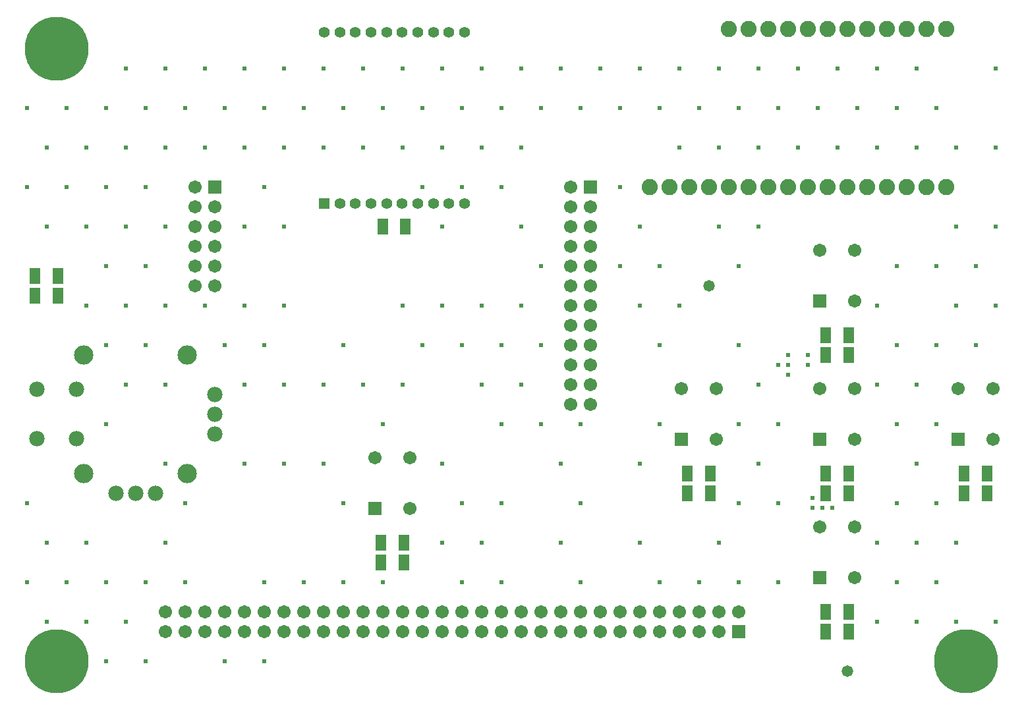
<source format=gts>
G04*
G04 #@! TF.GenerationSoftware,Altium Limited,Altium Designer,22.9.1 (49)*
G04*
G04 Layer_Color=8388736*
%FSLAX24Y24*%
%MOIN*%
G70*
G04*
G04 #@! TF.SameCoordinates,D869CEA3-EDD9-45C0-ACDC-C570693A3B7D*
G04*
G04*
G04 #@! TF.FilePolarity,Negative*
G04*
G01*
G75*
%ADD16R,0.0552X0.0797*%
%ADD17C,0.3230*%
%ADD18R,0.0674X0.0674*%
%ADD19C,0.0674*%
%ADD20C,0.0671*%
%ADD21R,0.0671X0.0671*%
%ADD22R,0.0671X0.0671*%
%ADD23C,0.0780*%
%ADD24C,0.0980*%
%ADD25C,0.0551*%
%ADD26R,0.0551X0.0551*%
%ADD27C,0.0820*%
%ADD28C,0.0237*%
%ADD29C,0.0580*%
D16*
X37075Y18000D02*
D03*
X35925D02*
D03*
Y17000D02*
D03*
X37075D02*
D03*
X19575Y30500D02*
D03*
X18425D02*
D03*
X37150Y34000D02*
D03*
X36000D02*
D03*
X58425Y13500D02*
D03*
X59575D02*
D03*
X65425Y20500D02*
D03*
X66575D02*
D03*
X58425D02*
D03*
X59575D02*
D03*
X51425D02*
D03*
X52575D02*
D03*
X18425Y31500D02*
D03*
X19575D02*
D03*
X58425Y27500D02*
D03*
X59575D02*
D03*
Y14500D02*
D03*
X58425D02*
D03*
X66575Y21500D02*
D03*
X65425D02*
D03*
X59575D02*
D03*
X58425D02*
D03*
X52575D02*
D03*
X51425D02*
D03*
X59575Y28500D02*
D03*
X58425D02*
D03*
D17*
X19500Y43000D02*
D03*
X65500Y12000D02*
D03*
X19500D02*
D03*
D18*
X35614Y19720D02*
D03*
X58114Y16220D02*
D03*
X65114Y23220D02*
D03*
X58114D02*
D03*
X51114D02*
D03*
X58114Y30220D02*
D03*
D19*
X35614Y22280D02*
D03*
X37386Y19720D02*
D03*
Y22280D02*
D03*
X58114Y18780D02*
D03*
X59886Y16220D02*
D03*
Y18780D02*
D03*
X65114Y25780D02*
D03*
X66886Y23220D02*
D03*
Y25780D02*
D03*
X58114D02*
D03*
X59886Y23220D02*
D03*
Y25780D02*
D03*
X51114D02*
D03*
X52886Y23220D02*
D03*
Y25780D02*
D03*
X58114Y32780D02*
D03*
X59886Y30220D02*
D03*
Y32780D02*
D03*
D20*
X30000Y14500D02*
D03*
Y13500D02*
D03*
X31000Y14500D02*
D03*
Y13500D02*
D03*
X32000Y14500D02*
D03*
Y13500D02*
D03*
X33000Y14500D02*
D03*
Y13500D02*
D03*
X34000Y14500D02*
D03*
Y13500D02*
D03*
X35000Y14500D02*
D03*
Y13500D02*
D03*
X36000Y14500D02*
D03*
Y13500D02*
D03*
X37000Y14500D02*
D03*
Y13500D02*
D03*
X38000Y14500D02*
D03*
Y13500D02*
D03*
X39000Y14500D02*
D03*
Y13500D02*
D03*
X40000Y14500D02*
D03*
Y13500D02*
D03*
X41000Y14500D02*
D03*
Y13500D02*
D03*
X42000Y14500D02*
D03*
Y13500D02*
D03*
X43000Y14500D02*
D03*
Y13500D02*
D03*
X44000Y14500D02*
D03*
Y13500D02*
D03*
X45000Y14500D02*
D03*
Y13500D02*
D03*
X46000Y14500D02*
D03*
Y13500D02*
D03*
X47000Y14500D02*
D03*
Y13500D02*
D03*
X48000Y14500D02*
D03*
Y13500D02*
D03*
X49000Y14500D02*
D03*
Y13500D02*
D03*
X50000Y14500D02*
D03*
Y13500D02*
D03*
X51000Y14500D02*
D03*
Y13500D02*
D03*
X52000Y14500D02*
D03*
Y13500D02*
D03*
X53000Y14500D02*
D03*
Y13500D02*
D03*
X54000Y14500D02*
D03*
X25000D02*
D03*
Y13500D02*
D03*
X26000Y14500D02*
D03*
Y13500D02*
D03*
X27000Y14500D02*
D03*
Y13500D02*
D03*
X28000Y14500D02*
D03*
Y13500D02*
D03*
X29000Y14500D02*
D03*
Y13500D02*
D03*
X26500Y36000D02*
D03*
X27500Y35000D02*
D03*
X26500D02*
D03*
X27500Y34000D02*
D03*
X26500D02*
D03*
X27500Y33000D02*
D03*
X26500D02*
D03*
X27500Y32000D02*
D03*
X26500D02*
D03*
X27500Y31000D02*
D03*
X26500D02*
D03*
X45500Y25000D02*
D03*
X46500D02*
D03*
X45500Y26000D02*
D03*
X46500D02*
D03*
X45500Y27000D02*
D03*
X46500D02*
D03*
X45500Y28000D02*
D03*
X46500D02*
D03*
X45500Y29000D02*
D03*
X46500D02*
D03*
X45500Y30000D02*
D03*
X46500D02*
D03*
X45500Y31000D02*
D03*
X46500D02*
D03*
X45500Y32000D02*
D03*
X46500D02*
D03*
X45500Y33000D02*
D03*
X46500D02*
D03*
X45500Y34000D02*
D03*
X46500D02*
D03*
X45500Y35000D02*
D03*
X46500D02*
D03*
X45500Y36000D02*
D03*
D21*
X54000Y13500D02*
D03*
D22*
X27500Y36000D02*
D03*
X46500D02*
D03*
D23*
X18500Y23250D02*
D03*
Y25750D02*
D03*
X20500Y23250D02*
D03*
Y25750D02*
D03*
X27500Y23500D02*
D03*
Y24500D02*
D03*
Y25500D02*
D03*
X22500Y20500D02*
D03*
X23500D02*
D03*
X24500D02*
D03*
D24*
X20875Y21500D02*
D03*
X26125D02*
D03*
Y27500D02*
D03*
X20875D02*
D03*
D25*
X33055Y43831D02*
D03*
X33843D02*
D03*
X34630D02*
D03*
X35417D02*
D03*
X36205D02*
D03*
X36992D02*
D03*
X37780D02*
D03*
X38567D02*
D03*
X39354D02*
D03*
X40142D02*
D03*
Y35169D02*
D03*
X39354D02*
D03*
X38567D02*
D03*
X37780D02*
D03*
X36992D02*
D03*
X36205D02*
D03*
X35417D02*
D03*
X34630D02*
D03*
X33843D02*
D03*
D26*
X33055D02*
D03*
D27*
X54500Y44000D02*
D03*
X53500D02*
D03*
X56500D02*
D03*
X55500D02*
D03*
X64500D02*
D03*
X63500D02*
D03*
X62500D02*
D03*
X61500D02*
D03*
X60500D02*
D03*
X59500D02*
D03*
X58500D02*
D03*
X57500D02*
D03*
X50500Y36000D02*
D03*
X49500D02*
D03*
X52500D02*
D03*
X51500D02*
D03*
X54500D02*
D03*
X53500D02*
D03*
X56500D02*
D03*
X55500D02*
D03*
X64500D02*
D03*
X63500D02*
D03*
X62500D02*
D03*
X61500D02*
D03*
X60500D02*
D03*
X59500D02*
D03*
X58500D02*
D03*
X57500D02*
D03*
D28*
X67000Y42000D02*
D03*
Y38000D02*
D03*
Y34000D02*
D03*
X66000Y32000D02*
D03*
X67000Y30000D02*
D03*
X66000Y28000D02*
D03*
X67000Y14000D02*
D03*
X64000Y40000D02*
D03*
X65000Y38000D02*
D03*
Y34000D02*
D03*
X64000Y32000D02*
D03*
X65000Y30000D02*
D03*
X64000Y28000D02*
D03*
Y24000D02*
D03*
Y20000D02*
D03*
X65000Y18000D02*
D03*
X64000Y16000D02*
D03*
X65000Y14000D02*
D03*
X63000Y42000D02*
D03*
X62000Y40000D02*
D03*
X63000Y38000D02*
D03*
X62000Y32000D02*
D03*
Y28000D02*
D03*
X63000Y26000D02*
D03*
X62000Y24000D02*
D03*
X63000Y22000D02*
D03*
X62000Y20000D02*
D03*
X63000Y18000D02*
D03*
X62000Y16000D02*
D03*
X63000Y14000D02*
D03*
X61000Y42000D02*
D03*
X60000Y40000D02*
D03*
X61000Y38000D02*
D03*
Y30000D02*
D03*
Y26000D02*
D03*
Y18000D02*
D03*
Y14000D02*
D03*
X59000Y42000D02*
D03*
X58000Y40000D02*
D03*
X59000Y38000D02*
D03*
X57000Y42000D02*
D03*
X56000Y40000D02*
D03*
X57000Y38000D02*
D03*
X56000Y24000D02*
D03*
Y20000D02*
D03*
Y16000D02*
D03*
X55000Y42000D02*
D03*
X54000Y40000D02*
D03*
X55000Y38000D02*
D03*
Y34000D02*
D03*
X54000Y32000D02*
D03*
Y28000D02*
D03*
X55000Y26000D02*
D03*
X54000Y24000D02*
D03*
X55000Y22000D02*
D03*
X54000Y20000D02*
D03*
Y16000D02*
D03*
X53000Y42000D02*
D03*
X52000Y40000D02*
D03*
X53000Y38000D02*
D03*
Y34000D02*
D03*
Y18000D02*
D03*
X52000Y16000D02*
D03*
X51000Y42000D02*
D03*
X50000Y40000D02*
D03*
X51000Y38000D02*
D03*
X50000Y32000D02*
D03*
X51000Y30000D02*
D03*
X50000Y28000D02*
D03*
Y24000D02*
D03*
Y16000D02*
D03*
X49000Y42000D02*
D03*
X48000Y40000D02*
D03*
Y36000D02*
D03*
X49000Y34000D02*
D03*
X48000Y32000D02*
D03*
X49000Y30000D02*
D03*
Y22000D02*
D03*
Y18000D02*
D03*
X47000Y42000D02*
D03*
X46000Y40000D02*
D03*
Y24000D02*
D03*
Y20000D02*
D03*
Y16000D02*
D03*
X45000Y42000D02*
D03*
X44000Y40000D02*
D03*
Y32000D02*
D03*
Y28000D02*
D03*
Y24000D02*
D03*
X45000Y22000D02*
D03*
Y18000D02*
D03*
X43000Y42000D02*
D03*
X42000Y40000D02*
D03*
X43000Y38000D02*
D03*
X42000Y36000D02*
D03*
X43000Y34000D02*
D03*
Y30000D02*
D03*
X42000Y28000D02*
D03*
X43000Y26000D02*
D03*
X42000Y24000D02*
D03*
Y20000D02*
D03*
Y16000D02*
D03*
X41000Y42000D02*
D03*
X40000Y40000D02*
D03*
X41000Y38000D02*
D03*
X40000Y36000D02*
D03*
X41000Y30000D02*
D03*
X40000Y28000D02*
D03*
X41000Y26000D02*
D03*
X40000Y20000D02*
D03*
X41000Y18000D02*
D03*
X40000Y16000D02*
D03*
X39000Y42000D02*
D03*
X38000Y40000D02*
D03*
X39000Y38000D02*
D03*
X38000Y36000D02*
D03*
X39000Y34000D02*
D03*
Y30000D02*
D03*
X38000Y28000D02*
D03*
X39000Y22000D02*
D03*
Y18000D02*
D03*
X37000Y42000D02*
D03*
X36000Y40000D02*
D03*
X37000Y38000D02*
D03*
Y30000D02*
D03*
Y26000D02*
D03*
X36000Y24000D02*
D03*
Y16000D02*
D03*
X35000Y42000D02*
D03*
X34000Y40000D02*
D03*
X35000Y38000D02*
D03*
X34000Y28000D02*
D03*
X35000Y26000D02*
D03*
X34000Y20000D02*
D03*
Y16000D02*
D03*
X33000Y42000D02*
D03*
X32000Y40000D02*
D03*
X33000Y38000D02*
D03*
Y26000D02*
D03*
Y22000D02*
D03*
X32000Y16000D02*
D03*
X31000Y42000D02*
D03*
X30000Y40000D02*
D03*
X31000Y38000D02*
D03*
X30000Y36000D02*
D03*
X31000Y34000D02*
D03*
Y30000D02*
D03*
X30000Y28000D02*
D03*
X31000Y26000D02*
D03*
Y22000D02*
D03*
X30000Y16000D02*
D03*
Y12000D02*
D03*
X29000Y42000D02*
D03*
X28000Y40000D02*
D03*
X29000Y38000D02*
D03*
Y34000D02*
D03*
Y30000D02*
D03*
X28000Y28000D02*
D03*
X29000Y26000D02*
D03*
Y22000D02*
D03*
X28000Y12000D02*
D03*
X27000Y42000D02*
D03*
X26000Y40000D02*
D03*
X27000Y38000D02*
D03*
Y30000D02*
D03*
X26000Y20000D02*
D03*
Y16000D02*
D03*
X25000Y42000D02*
D03*
X24000Y40000D02*
D03*
X25000Y38000D02*
D03*
X24000Y36000D02*
D03*
X25000Y34000D02*
D03*
X24000Y32000D02*
D03*
X25000Y30000D02*
D03*
X24000Y28000D02*
D03*
X25000Y26000D02*
D03*
Y22000D02*
D03*
Y18000D02*
D03*
X24000Y16000D02*
D03*
Y12000D02*
D03*
X23000Y42000D02*
D03*
X22000Y40000D02*
D03*
X23000Y38000D02*
D03*
X22000Y36000D02*
D03*
X23000Y34000D02*
D03*
X22000Y32000D02*
D03*
X23000Y30000D02*
D03*
X22000Y28000D02*
D03*
X23000Y26000D02*
D03*
X22000Y24000D02*
D03*
Y16000D02*
D03*
X23000Y14000D02*
D03*
X22000Y12000D02*
D03*
X20000Y40000D02*
D03*
X21000Y38000D02*
D03*
X20000Y36000D02*
D03*
X21000Y34000D02*
D03*
Y30000D02*
D03*
Y18000D02*
D03*
X20000Y16000D02*
D03*
X21000Y14000D02*
D03*
X18000Y40000D02*
D03*
X19000Y38000D02*
D03*
X18000Y36000D02*
D03*
X19000Y34000D02*
D03*
X18000Y20000D02*
D03*
X19000Y18000D02*
D03*
X18000Y16000D02*
D03*
X19000Y14000D02*
D03*
X58750Y19750D02*
D03*
X58250D02*
D03*
X57750D02*
D03*
Y20250D02*
D03*
X56000Y27000D02*
D03*
X56500D02*
D03*
X57500Y27500D02*
D03*
Y27000D02*
D03*
X56500Y27500D02*
D03*
Y26500D02*
D03*
D29*
X52500Y31000D02*
D03*
X59500Y11500D02*
D03*
M02*

</source>
